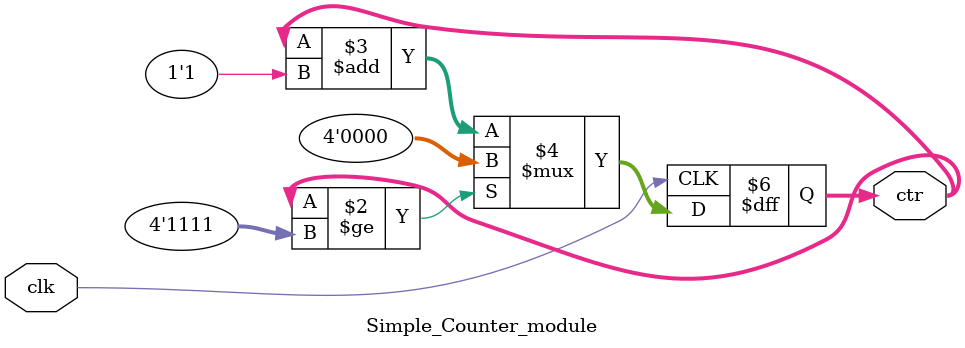
<source format=v>
`timescale 1ns / 1ps


module Simple_Counter_module(
    input clk,
    output reg [3:0] ctr
    );
    
initial
ctr = 4'b0000;

always @ (posedge clk)
begin
ctr <= (ctr >= 4'b1111)? 4'b0000: (ctr + 1'b1);
end

endmodule

</source>
